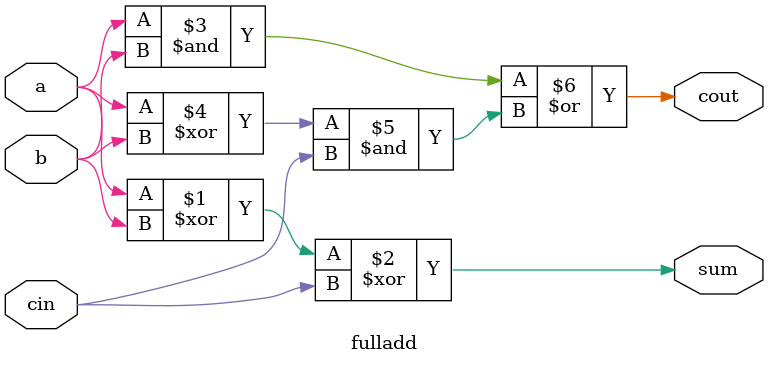
<source format=v>
module top_module (
    input [3:0] x,
    input [3:0] y, 
    output [4:0] sum);


    wire [4:0] tem;

    fulladd ins1(.a(x[0]), 
                 .b(y[0]), 
                 .cin(1'b0), 
                 .cout(tem[0]), 
                 .sum(sum[0]) );


    fulladd ins2(.a(x[1]), 
                 .b(y[1]), 
                 .cin(tem[0]), 
                 .cout(tem[1]), 
                 .sum(sum[1]) );



    fulladd ins3(.a(x[2]), 
                 .b(y[2]), 
                 .cin(tem[1]), 
                 .cout(tem[2]), 
                 .sum(sum[2]) );


    fulladd ins4(.a(x[3]), 
                 .b(y[3]), 
                 .cin(tem[2]), 
                 .cout(sum[4]), 
                 .sum(sum[3]) );

endmodule


module fulladd( 
    input a, b, cin,
    output cout, sum );
    assign sum = (a ^ b) ^ cin ;
    assign cout = (a & b) | ((a ^ b) & cin) ; 

endmodule

</source>
